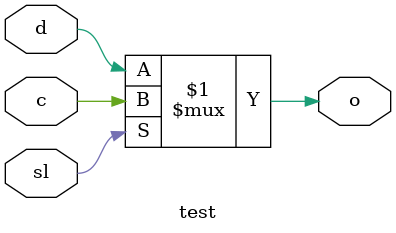
<source format=v>
module test (o, d, c, sl);
  input d, c, sl;
  output o;
  assign o = sl ? c : d;
endmodule

</source>
